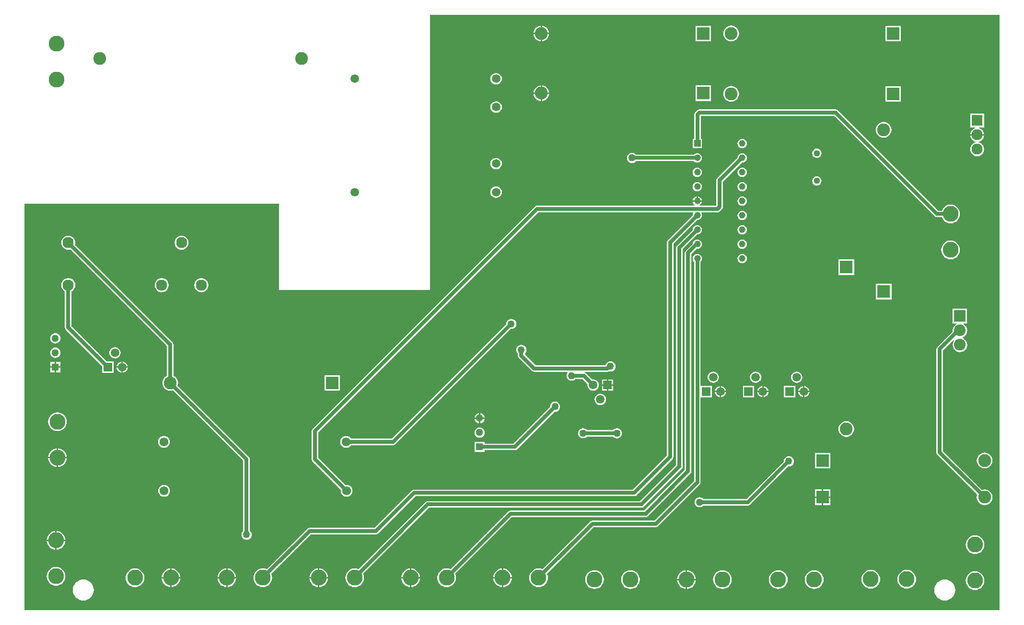
<source format=gbl>
G04*
G04 #@! TF.GenerationSoftware,Altium Limited,Altium Designer,20.0.13 (296)*
G04*
G04 Layer_Physical_Order=2*
G04 Layer_Color=16711680*
%FSLAX23Y23*%
%MOIN*%
G70*
G01*
G75*
%ADD50C,0.025*%
%ADD52R,0.089X0.089*%
%ADD53C,0.089*%
%ADD54C,0.059*%
%ADD55C,0.110*%
%ADD56R,0.059X0.059*%
%ADD57C,0.059*%
%ADD58R,0.046X0.046*%
%ADD59C,0.046*%
%ADD60R,0.076X0.076*%
%ADD61C,0.076*%
%ADD62R,0.081X0.081*%
%ADD63C,0.081*%
%ADD64C,0.044*%
%ADD65R,0.051X0.051*%
%ADD66C,0.051*%
%ADD67C,0.062*%
%ADD68C,0.077*%
%ADD69R,0.089X0.089*%
%ADD70C,0.050*%
G36*
X6790Y25D02*
X10D01*
Y2850D01*
X1780D01*
Y2255D01*
X1785Y2250D01*
X2830D01*
Y4165D01*
X6790D01*
Y25D01*
D02*
G37*
%LPC*%
G36*
X3609Y4089D02*
Y4040D01*
X3658D01*
X3657Y4049D01*
X3651Y4062D01*
X3643Y4074D01*
X3631Y4082D01*
X3618Y4088D01*
X3609Y4089D01*
D02*
G37*
G36*
X3599Y4089D02*
X3590Y4088D01*
X3577Y4082D01*
X3565Y4074D01*
X3557Y4062D01*
X3551Y4049D01*
X3550Y4040D01*
X3599D01*
Y4089D01*
D02*
G37*
G36*
Y4030D02*
X3550D01*
X3551Y4021D01*
X3557Y4008D01*
X3565Y3996D01*
X3577Y3988D01*
X3590Y3982D01*
X3599Y3981D01*
Y4030D01*
D02*
G37*
G36*
X3658D02*
X3609D01*
Y3981D01*
X3618Y3982D01*
X3631Y3988D01*
X3643Y3996D01*
X3651Y4008D01*
X3657Y4021D01*
X3658Y4030D01*
D02*
G37*
G36*
X6105Y4089D02*
X5997D01*
Y3981D01*
X6105D01*
Y4089D01*
D02*
G37*
G36*
X4784D02*
X4676D01*
Y3981D01*
X4784D01*
Y4089D01*
D02*
G37*
G36*
X4925Y4090D02*
X4911Y4088D01*
X4898Y4082D01*
X4886Y4074D01*
X4878Y4062D01*
X4872Y4049D01*
X4870Y4035D01*
X4872Y4021D01*
X4878Y4008D01*
X4886Y3996D01*
X4898Y3988D01*
X4911Y3982D01*
X4925Y3980D01*
X4939Y3982D01*
X4952Y3988D01*
X4964Y3996D01*
X4972Y4008D01*
X4978Y4021D01*
X4980Y4035D01*
X4978Y4049D01*
X4972Y4062D01*
X4964Y4074D01*
X4952Y4082D01*
X4939Y4088D01*
X4925Y4090D01*
D02*
G37*
G36*
X3290Y3760D02*
X3280Y3759D01*
X3270Y3755D01*
X3262Y3749D01*
X3255Y3740D01*
X3251Y3731D01*
X3250Y3721D01*
X3251Y3710D01*
X3255Y3701D01*
X3262Y3692D01*
X3270Y3686D01*
X3280Y3682D01*
X3290Y3681D01*
X3300Y3682D01*
X3310Y3686D01*
X3318Y3692D01*
X3325Y3701D01*
X3329Y3710D01*
X3330Y3721D01*
X3329Y3731D01*
X3325Y3740D01*
X3318Y3749D01*
X3310Y3755D01*
X3300Y3759D01*
X3290Y3760D01*
D02*
G37*
G36*
X3610Y3674D02*
Y3625D01*
X3659D01*
X3658Y3634D01*
X3652Y3647D01*
X3644Y3659D01*
X3632Y3667D01*
X3619Y3673D01*
X3610Y3674D01*
D02*
G37*
G36*
X3600Y3674D02*
X3591Y3673D01*
X3578Y3667D01*
X3566Y3659D01*
X3558Y3647D01*
X3552Y3634D01*
X3551Y3625D01*
X3600D01*
Y3674D01*
D02*
G37*
G36*
Y3615D02*
X3551D01*
X3552Y3606D01*
X3558Y3593D01*
X3566Y3581D01*
X3578Y3573D01*
X3591Y3567D01*
X3600Y3566D01*
Y3615D01*
D02*
G37*
G36*
X3659D02*
X3610D01*
Y3566D01*
X3619Y3567D01*
X3632Y3573D01*
X3644Y3581D01*
X3652Y3593D01*
X3658Y3606D01*
X3659Y3615D01*
D02*
G37*
G36*
X4785Y3674D02*
X4677D01*
Y3566D01*
X4785D01*
Y3674D01*
D02*
G37*
G36*
X6104Y3669D02*
X5996D01*
Y3561D01*
X6104D01*
Y3669D01*
D02*
G37*
G36*
X4924Y3670D02*
X4910Y3668D01*
X4897Y3662D01*
X4885Y3654D01*
X4877Y3642D01*
X4871Y3629D01*
X4869Y3615D01*
X4871Y3601D01*
X4877Y3588D01*
X4885Y3576D01*
X4897Y3568D01*
X4910Y3562D01*
X4924Y3560D01*
X4938Y3562D01*
X4951Y3568D01*
X4963Y3576D01*
X4971Y3588D01*
X4977Y3601D01*
X4979Y3615D01*
X4977Y3629D01*
X4971Y3642D01*
X4963Y3654D01*
X4951Y3662D01*
X4938Y3668D01*
X4924Y3670D01*
D02*
G37*
G36*
X3290Y3564D02*
X3280Y3562D01*
X3270Y3558D01*
X3262Y3552D01*
X3255Y3544D01*
X3251Y3534D01*
X3250Y3524D01*
X3251Y3513D01*
X3255Y3504D01*
X3262Y3496D01*
X3270Y3489D01*
X3280Y3485D01*
X3290Y3484D01*
X3300Y3485D01*
X3310Y3489D01*
X3318Y3496D01*
X3325Y3504D01*
X3329Y3513D01*
X3330Y3524D01*
X3329Y3534D01*
X3325Y3544D01*
X3318Y3552D01*
X3310Y3558D01*
X3300Y3562D01*
X3290Y3564D01*
D02*
G37*
G36*
X6683Y3478D02*
X6587D01*
Y3382D01*
X6623D01*
X6623Y3377D01*
X6622Y3377D01*
X6611Y3372D01*
X6601Y3364D01*
X6593Y3354D01*
X6588Y3343D01*
X6587Y3335D01*
X6635D01*
X6683D01*
X6682Y3343D01*
X6677Y3354D01*
X6669Y3364D01*
X6659Y3372D01*
X6648Y3377D01*
X6647Y3377D01*
X6647Y3382D01*
X6683D01*
Y3478D01*
D02*
G37*
G36*
X5985Y3421D02*
X5971Y3419D01*
X5958Y3413D01*
X5946Y3405D01*
X5938Y3393D01*
X5932Y3380D01*
X5930Y3366D01*
X5932Y3352D01*
X5938Y3339D01*
X5946Y3327D01*
X5958Y3319D01*
X5971Y3313D01*
X5985Y3311D01*
X5999Y3313D01*
X6012Y3319D01*
X6024Y3327D01*
X6032Y3339D01*
X6038Y3352D01*
X6040Y3366D01*
X6038Y3380D01*
X6032Y3393D01*
X6024Y3405D01*
X6012Y3413D01*
X5999Y3419D01*
X5985Y3421D01*
D02*
G37*
G36*
X5001Y3303D02*
X4993Y3302D01*
X4985Y3299D01*
X4978Y3293D01*
X4973Y3287D01*
X4969Y3279D01*
X4968Y3270D01*
X4969Y3261D01*
X4973Y3253D01*
X4978Y3247D01*
X4985Y3241D01*
X4993Y3238D01*
X5001Y3237D01*
X5010Y3238D01*
X5018Y3241D01*
X5025Y3247D01*
X5030Y3253D01*
X5033Y3261D01*
X5034Y3270D01*
X5033Y3279D01*
X5030Y3287D01*
X5025Y3293D01*
X5018Y3299D01*
X5010Y3302D01*
X5001Y3303D01*
D02*
G37*
G36*
X6683Y3325D02*
X6635D01*
X6587D01*
X6588Y3317D01*
X6593Y3306D01*
X6601Y3296D01*
X6611Y3288D01*
X6622Y3283D01*
X6627Y3283D01*
Y3277D01*
X6622Y3277D01*
X6611Y3272D01*
X6601Y3264D01*
X6593Y3254D01*
X6588Y3243D01*
X6586Y3230D01*
X6588Y3217D01*
X6593Y3206D01*
X6601Y3196D01*
X6611Y3188D01*
X6622Y3183D01*
X6635Y3181D01*
X6648Y3183D01*
X6659Y3188D01*
X6669Y3196D01*
X6677Y3206D01*
X6682Y3217D01*
X6684Y3230D01*
X6682Y3243D01*
X6677Y3254D01*
X6669Y3264D01*
X6659Y3272D01*
X6648Y3277D01*
X6643Y3277D01*
Y3283D01*
X6648Y3283D01*
X6659Y3288D01*
X6669Y3296D01*
X6677Y3306D01*
X6682Y3317D01*
X6683Y3325D01*
D02*
G37*
G36*
X5520Y3235D02*
X5512Y3234D01*
X5504Y3230D01*
X5497Y3225D01*
X5492Y3218D01*
X5489Y3211D01*
X5487Y3202D01*
X5489Y3194D01*
X5492Y3186D01*
X5497Y3179D01*
X5504Y3174D01*
X5512Y3171D01*
X5520Y3170D01*
X5528Y3171D01*
X5536Y3174D01*
X5543Y3179D01*
X5548Y3186D01*
X5551Y3194D01*
X5553Y3202D01*
X5551Y3211D01*
X5548Y3218D01*
X5543Y3225D01*
X5536Y3230D01*
X5528Y3234D01*
X5520Y3235D01*
D02*
G37*
G36*
X5001Y3203D02*
X4993Y3202D01*
X4985Y3199D01*
X4978Y3193D01*
X4973Y3187D01*
X4969Y3179D01*
X4968Y3171D01*
X4829Y3031D01*
X4824Y3024D01*
X4822Y3015D01*
Y2839D01*
X4821Y2838D01*
X4710D01*
X4708Y2843D01*
X4712Y2847D01*
X4717Y2853D01*
X4721Y2861D01*
X4721Y2865D01*
X4656D01*
X4657Y2861D01*
X4660Y2853D01*
X4665Y2847D01*
X4670Y2843D01*
X4668Y2838D01*
X3575D01*
X3567Y2837D01*
X3559Y2832D01*
X2014Y1286D01*
X2009Y1279D01*
X2007Y1270D01*
Y1075D01*
X2009Y1066D01*
X2014Y1059D01*
X2210Y863D01*
X2209Y855D01*
X2210Y844D01*
X2214Y834D01*
X2221Y826D01*
X2229Y819D01*
X2239Y815D01*
X2250Y814D01*
X2261Y815D01*
X2271Y819D01*
X2279Y826D01*
X2286Y834D01*
X2290Y844D01*
X2291Y855D01*
X2290Y866D01*
X2286Y876D01*
X2279Y884D01*
X2271Y891D01*
X2261Y895D01*
X2250Y896D01*
X2242Y895D01*
X2053Y1085D01*
Y1260D01*
X3585Y2792D01*
X4659D01*
X4661Y2788D01*
X4660Y2787D01*
X4657Y2779D01*
X4656Y2770D01*
X4656Y2769D01*
X4484Y2598D01*
X4479Y2590D01*
X4477Y2581D01*
Y1100D01*
X4240Y863D01*
X2720D01*
X2711Y861D01*
X2704Y856D01*
X2445Y598D01*
X1993D01*
X1984Y596D01*
X1977Y591D01*
X1695Y309D01*
X1693Y310D01*
X1681Y314D01*
X1668Y315D01*
X1655Y314D01*
X1643Y310D01*
X1632Y304D01*
X1622Y296D01*
X1614Y286D01*
X1608Y275D01*
X1604Y263D01*
X1603Y250D01*
X1604Y237D01*
X1608Y225D01*
X1614Y214D01*
X1622Y204D01*
X1632Y196D01*
X1643Y190D01*
X1655Y186D01*
X1668Y185D01*
X1681Y186D01*
X1693Y190D01*
X1704Y196D01*
X1714Y204D01*
X1722Y214D01*
X1728Y225D01*
X1732Y237D01*
X1733Y250D01*
X1732Y263D01*
X1728Y275D01*
X1727Y277D01*
X2003Y552D01*
X2455D01*
X2464Y554D01*
X2471Y559D01*
X2730Y817D01*
X4250D01*
X4259Y819D01*
X4266Y824D01*
X4516Y1074D01*
X4521Y1081D01*
X4523Y1090D01*
Y2572D01*
X4688Y2737D01*
X4689Y2737D01*
X4697Y2738D01*
X4705Y2741D01*
X4712Y2747D01*
X4717Y2753D01*
X4721Y2761D01*
X4722Y2770D01*
X4721Y2779D01*
X4717Y2787D01*
X4716Y2788D01*
X4719Y2792D01*
X4830D01*
X4839Y2794D01*
X4847Y2799D01*
X4861Y2814D01*
X4866Y2821D01*
X4868Y2830D01*
Y3005D01*
X5000Y3137D01*
X5001Y3137D01*
X5010Y3138D01*
X5018Y3141D01*
X5025Y3147D01*
X5030Y3153D01*
X5033Y3161D01*
X5034Y3170D01*
X5033Y3179D01*
X5030Y3187D01*
X5025Y3193D01*
X5018Y3199D01*
X5010Y3202D01*
X5001Y3203D01*
D02*
G37*
G36*
X4235Y3205D02*
X4226Y3204D01*
X4217Y3201D01*
X4210Y3195D01*
X4204Y3188D01*
X4201Y3179D01*
X4200Y3170D01*
X4201Y3161D01*
X4204Y3152D01*
X4210Y3145D01*
X4217Y3139D01*
X4226Y3136D01*
X4235Y3135D01*
X4244Y3136D01*
X4253Y3139D01*
X4260Y3145D01*
X4262Y3147D01*
X4665D01*
X4665Y3147D01*
X4672Y3141D01*
X4680Y3138D01*
X4689Y3137D01*
X4697Y3138D01*
X4705Y3141D01*
X4712Y3147D01*
X4717Y3153D01*
X4721Y3161D01*
X4722Y3170D01*
X4721Y3179D01*
X4717Y3187D01*
X4712Y3193D01*
X4705Y3199D01*
X4697Y3202D01*
X4689Y3203D01*
X4680Y3202D01*
X4672Y3199D01*
X4665Y3193D01*
X4665Y3193D01*
X4262D01*
X4260Y3195D01*
X4253Y3201D01*
X4244Y3204D01*
X4235Y3205D01*
D02*
G37*
G36*
X3290Y3170D02*
X3280Y3169D01*
X3270Y3165D01*
X3262Y3158D01*
X3255Y3150D01*
X3251Y3140D01*
X3250Y3130D01*
X3251Y3120D01*
X3255Y3110D01*
X3262Y3102D01*
X3270Y3095D01*
X3280Y3091D01*
X3290Y3090D01*
X3300Y3091D01*
X3310Y3095D01*
X3318Y3102D01*
X3325Y3110D01*
X3329Y3120D01*
X3330Y3130D01*
X3329Y3140D01*
X3325Y3150D01*
X3318Y3158D01*
X3310Y3165D01*
X3300Y3169D01*
X3290Y3170D01*
D02*
G37*
G36*
X5001Y3103D02*
X4993Y3102D01*
X4985Y3099D01*
X4978Y3093D01*
X4973Y3087D01*
X4969Y3079D01*
X4968Y3070D01*
X4969Y3061D01*
X4973Y3053D01*
X4978Y3047D01*
X4985Y3041D01*
X4993Y3038D01*
X5001Y3037D01*
X5010Y3038D01*
X5018Y3041D01*
X5025Y3047D01*
X5030Y3053D01*
X5033Y3061D01*
X5034Y3070D01*
X5033Y3079D01*
X5030Y3087D01*
X5025Y3093D01*
X5018Y3099D01*
X5010Y3102D01*
X5001Y3103D01*
D02*
G37*
G36*
X4689D02*
X4680Y3102D01*
X4672Y3099D01*
X4665Y3093D01*
X4660Y3087D01*
X4657Y3079D01*
X4656Y3070D01*
X4657Y3061D01*
X4660Y3053D01*
X4665Y3047D01*
X4672Y3041D01*
X4680Y3038D01*
X4689Y3037D01*
X4697Y3038D01*
X4705Y3041D01*
X4712Y3047D01*
X4717Y3053D01*
X4721Y3061D01*
X4722Y3070D01*
X4721Y3079D01*
X4717Y3087D01*
X4712Y3093D01*
X4705Y3099D01*
X4697Y3102D01*
X4689Y3103D01*
D02*
G37*
G36*
X5520Y3043D02*
X5512Y3041D01*
X5504Y3038D01*
X5497Y3033D01*
X5492Y3026D01*
X5489Y3018D01*
X5487Y3010D01*
X5489Y3002D01*
X5492Y2994D01*
X5497Y2987D01*
X5504Y2982D01*
X5512Y2979D01*
X5520Y2977D01*
X5528Y2979D01*
X5536Y2982D01*
X5543Y2987D01*
X5548Y2994D01*
X5551Y3002D01*
X5553Y3010D01*
X5551Y3018D01*
X5548Y3026D01*
X5543Y3033D01*
X5536Y3038D01*
X5528Y3041D01*
X5520Y3043D01*
D02*
G37*
G36*
X5001Y3003D02*
X4993Y3002D01*
X4985Y2999D01*
X4978Y2993D01*
X4973Y2987D01*
X4969Y2979D01*
X4968Y2970D01*
X4969Y2961D01*
X4973Y2953D01*
X4978Y2947D01*
X4985Y2941D01*
X4993Y2938D01*
X5001Y2937D01*
X5010Y2938D01*
X5018Y2941D01*
X5025Y2947D01*
X5030Y2953D01*
X5033Y2961D01*
X5034Y2970D01*
X5033Y2979D01*
X5030Y2987D01*
X5025Y2993D01*
X5018Y2999D01*
X5010Y3002D01*
X5001Y3003D01*
D02*
G37*
G36*
X4689D02*
X4680Y3002D01*
X4672Y2999D01*
X4665Y2993D01*
X4660Y2987D01*
X4657Y2979D01*
X4656Y2970D01*
X4657Y2961D01*
X4660Y2953D01*
X4665Y2947D01*
X4672Y2941D01*
X4680Y2938D01*
X4689Y2937D01*
X4697Y2938D01*
X4705Y2941D01*
X4712Y2947D01*
X4717Y2953D01*
X4721Y2961D01*
X4722Y2970D01*
X4721Y2979D01*
X4717Y2987D01*
X4712Y2993D01*
X4705Y2999D01*
X4697Y3002D01*
X4689Y3003D01*
D02*
G37*
G36*
X3290Y2973D02*
X3280Y2972D01*
X3270Y2968D01*
X3262Y2961D01*
X3255Y2953D01*
X3251Y2943D01*
X3250Y2933D01*
X3251Y2923D01*
X3255Y2913D01*
X3262Y2905D01*
X3270Y2899D01*
X3280Y2895D01*
X3290Y2893D01*
X3300Y2895D01*
X3310Y2899D01*
X3318Y2905D01*
X3325Y2913D01*
X3329Y2923D01*
X3330Y2933D01*
X3329Y2943D01*
X3325Y2953D01*
X3318Y2961D01*
X3310Y2968D01*
X3300Y2972D01*
X3290Y2973D01*
D02*
G37*
G36*
X4694Y2902D02*
Y2875D01*
X4721D01*
X4721Y2879D01*
X4717Y2887D01*
X4712Y2893D01*
X4705Y2899D01*
X4697Y2902D01*
X4694Y2902D01*
D02*
G37*
G36*
X4684D02*
X4680Y2902D01*
X4672Y2899D01*
X4665Y2893D01*
X4660Y2887D01*
X4657Y2879D01*
X4656Y2875D01*
X4684D01*
Y2902D01*
D02*
G37*
G36*
X5001Y2903D02*
X4993Y2902D01*
X4985Y2899D01*
X4978Y2893D01*
X4973Y2887D01*
X4969Y2879D01*
X4968Y2870D01*
X4969Y2861D01*
X4973Y2853D01*
X4978Y2847D01*
X4985Y2841D01*
X4993Y2838D01*
X5001Y2837D01*
X5010Y2838D01*
X5018Y2841D01*
X5025Y2847D01*
X5030Y2853D01*
X5033Y2861D01*
X5034Y2870D01*
X5033Y2879D01*
X5030Y2887D01*
X5025Y2893D01*
X5018Y2899D01*
X5010Y2902D01*
X5001Y2903D01*
D02*
G37*
G36*
Y2803D02*
X4993Y2802D01*
X4985Y2799D01*
X4978Y2793D01*
X4973Y2787D01*
X4969Y2779D01*
X4968Y2770D01*
X4969Y2761D01*
X4973Y2753D01*
X4978Y2747D01*
X4985Y2741D01*
X4993Y2738D01*
X5001Y2737D01*
X5010Y2738D01*
X5018Y2741D01*
X5025Y2747D01*
X5030Y2753D01*
X5033Y2761D01*
X5034Y2770D01*
X5033Y2779D01*
X5030Y2787D01*
X5025Y2793D01*
X5018Y2799D01*
X5010Y2802D01*
X5001Y2803D01*
D02*
G37*
G36*
X5650Y3508D02*
X4705D01*
X4696Y3506D01*
X4688Y3501D01*
X4674Y3487D01*
X4669Y3479D01*
X4667Y3470D01*
Y3303D01*
X4656D01*
Y3237D01*
X4722D01*
Y3303D01*
X4713D01*
Y3461D01*
X4714Y3462D01*
X5640D01*
X6339Y2764D01*
X6346Y2759D01*
X6355Y2757D01*
X6389D01*
X6390Y2755D01*
X6396Y2744D01*
X6404Y2734D01*
X6414Y2726D01*
X6425Y2720D01*
X6437Y2716D01*
X6450Y2715D01*
X6463Y2716D01*
X6475Y2720D01*
X6486Y2726D01*
X6496Y2734D01*
X6504Y2744D01*
X6510Y2755D01*
X6514Y2767D01*
X6515Y2780D01*
X6514Y2793D01*
X6510Y2805D01*
X6504Y2816D01*
X6496Y2826D01*
X6486Y2834D01*
X6475Y2840D01*
X6463Y2844D01*
X6450Y2845D01*
X6437Y2844D01*
X6425Y2840D01*
X6414Y2834D01*
X6404Y2826D01*
X6396Y2816D01*
X6390Y2805D01*
X6389Y2803D01*
X6365D01*
X5666Y3501D01*
X5659Y3506D01*
X5650Y3508D01*
D02*
G37*
G36*
X5001Y2703D02*
X4993Y2702D01*
X4985Y2699D01*
X4978Y2693D01*
X4973Y2687D01*
X4969Y2679D01*
X4968Y2670D01*
X4969Y2661D01*
X4973Y2653D01*
X4978Y2647D01*
X4985Y2641D01*
X4993Y2638D01*
X5001Y2637D01*
X5010Y2638D01*
X5018Y2641D01*
X5025Y2647D01*
X5030Y2653D01*
X5033Y2661D01*
X5034Y2670D01*
X5033Y2679D01*
X5030Y2687D01*
X5025Y2693D01*
X5018Y2699D01*
X5010Y2702D01*
X5001Y2703D01*
D02*
G37*
G36*
X4689D02*
X4680Y2702D01*
X4672Y2699D01*
X4665Y2693D01*
X4660Y2687D01*
X4657Y2679D01*
X4656Y2670D01*
X4656Y2669D01*
X4549Y2563D01*
X4544Y2555D01*
X4542Y2546D01*
Y1035D01*
X4290Y783D01*
X2815D01*
X2806Y781D01*
X2799Y776D01*
X2333Y310D01*
X2332Y310D01*
X2320Y314D01*
X2307Y315D01*
X2294Y314D01*
X2282Y310D01*
X2271Y304D01*
X2261Y296D01*
X2253Y286D01*
X2247Y275D01*
X2243Y263D01*
X2242Y250D01*
X2243Y237D01*
X2247Y225D01*
X2253Y214D01*
X2261Y204D01*
X2271Y196D01*
X2282Y190D01*
X2294Y186D01*
X2307Y185D01*
X2320Y186D01*
X2332Y190D01*
X2343Y196D01*
X2353Y204D01*
X2361Y214D01*
X2367Y225D01*
X2371Y237D01*
X2372Y250D01*
X2371Y263D01*
X2367Y275D01*
X2366Y278D01*
X2825Y737D01*
X4300D01*
X4309Y739D01*
X4316Y744D01*
X4581Y1009D01*
X4586Y1016D01*
X4588Y1025D01*
Y2537D01*
X4688Y2637D01*
X4689Y2637D01*
X4697Y2638D01*
X4705Y2641D01*
X4712Y2647D01*
X4717Y2653D01*
X4721Y2661D01*
X4722Y2670D01*
X4721Y2679D01*
X4717Y2687D01*
X4712Y2693D01*
X4705Y2699D01*
X4697Y2702D01*
X4689Y2703D01*
D02*
G37*
G36*
X5001Y2603D02*
X4993Y2602D01*
X4985Y2599D01*
X4978Y2593D01*
X4973Y2587D01*
X4969Y2579D01*
X4968Y2570D01*
X4969Y2561D01*
X4973Y2553D01*
X4978Y2547D01*
X4985Y2541D01*
X4993Y2538D01*
X5001Y2537D01*
X5010Y2538D01*
X5018Y2541D01*
X5025Y2547D01*
X5030Y2553D01*
X5033Y2561D01*
X5034Y2570D01*
X5033Y2579D01*
X5030Y2587D01*
X5025Y2593D01*
X5018Y2599D01*
X5010Y2602D01*
X5001Y2603D01*
D02*
G37*
G36*
X4689D02*
X4680Y2602D01*
X4672Y2599D01*
X4665Y2593D01*
X4660Y2587D01*
X4657Y2579D01*
X4656Y2573D01*
X4609Y2526D01*
X4604Y2519D01*
X4602Y2510D01*
Y1000D01*
X4320Y718D01*
X3391D01*
X3382Y716D01*
X3375Y711D01*
X2973Y309D01*
X2971Y310D01*
X2959Y314D01*
X2946Y315D01*
X2933Y314D01*
X2921Y310D01*
X2910Y304D01*
X2900Y296D01*
X2892Y286D01*
X2886Y275D01*
X2882Y263D01*
X2881Y250D01*
X2882Y237D01*
X2886Y225D01*
X2892Y214D01*
X2900Y204D01*
X2910Y196D01*
X2921Y190D01*
X2933Y186D01*
X2946Y185D01*
X2959Y186D01*
X2971Y190D01*
X2982Y196D01*
X2992Y204D01*
X3000Y214D01*
X3006Y225D01*
X3010Y237D01*
X3011Y250D01*
X3010Y263D01*
X3006Y275D01*
X3005Y277D01*
X3401Y672D01*
X4330D01*
X4339Y674D01*
X4346Y679D01*
X4641Y974D01*
X4646Y981D01*
X4648Y990D01*
Y2500D01*
X4685Y2537D01*
X4689Y2537D01*
X4697Y2538D01*
X4705Y2541D01*
X4712Y2547D01*
X4717Y2553D01*
X4721Y2561D01*
X4722Y2570D01*
X4721Y2579D01*
X4717Y2587D01*
X4712Y2593D01*
X4705Y2599D01*
X4697Y2602D01*
X4689Y2603D01*
D02*
G37*
G36*
X1103Y2629D02*
X1090Y2627D01*
X1078Y2623D01*
X1068Y2615D01*
X1061Y2605D01*
X1056Y2593D01*
X1054Y2580D01*
X1056Y2568D01*
X1061Y2556D01*
X1068Y2546D01*
X1078Y2538D01*
X1090Y2533D01*
X1103Y2531D01*
X1115Y2533D01*
X1127Y2538D01*
X1137Y2546D01*
X1145Y2556D01*
X1150Y2568D01*
X1152Y2580D01*
X1150Y2593D01*
X1145Y2605D01*
X1137Y2615D01*
X1127Y2623D01*
X1115Y2627D01*
X1103Y2629D01*
D02*
G37*
G36*
X6450Y2595D02*
X6437Y2594D01*
X6425Y2590D01*
X6414Y2584D01*
X6404Y2576D01*
X6396Y2566D01*
X6390Y2555D01*
X6386Y2543D01*
X6385Y2530D01*
X6386Y2517D01*
X6390Y2505D01*
X6396Y2494D01*
X6404Y2484D01*
X6414Y2476D01*
X6425Y2470D01*
X6437Y2466D01*
X6450Y2465D01*
X6463Y2466D01*
X6475Y2470D01*
X6486Y2476D01*
X6496Y2484D01*
X6504Y2494D01*
X6510Y2505D01*
X6514Y2517D01*
X6515Y2530D01*
X6514Y2543D01*
X6510Y2555D01*
X6504Y2566D01*
X6496Y2576D01*
X6486Y2584D01*
X6475Y2590D01*
X6463Y2594D01*
X6450Y2595D01*
D02*
G37*
G36*
X5001Y2503D02*
X4993Y2502D01*
X4985Y2499D01*
X4978Y2493D01*
X4973Y2487D01*
X4969Y2479D01*
X4968Y2470D01*
X4969Y2461D01*
X4973Y2453D01*
X4978Y2447D01*
X4985Y2441D01*
X4993Y2438D01*
X5001Y2437D01*
X5010Y2438D01*
X5018Y2441D01*
X5025Y2447D01*
X5030Y2453D01*
X5033Y2461D01*
X5034Y2470D01*
X5033Y2479D01*
X5030Y2487D01*
X5025Y2493D01*
X5018Y2499D01*
X5010Y2502D01*
X5001Y2503D01*
D02*
G37*
G36*
X5779Y2464D02*
X5671D01*
Y2356D01*
X5779D01*
Y2464D01*
D02*
G37*
G36*
X1241Y2334D02*
X1228Y2332D01*
X1216Y2327D01*
X1206Y2320D01*
X1198Y2309D01*
X1193Y2298D01*
X1192Y2285D01*
X1193Y2272D01*
X1198Y2261D01*
X1206Y2250D01*
X1216Y2243D01*
X1228Y2238D01*
X1241Y2236D01*
X1253Y2238D01*
X1265Y2243D01*
X1275Y2250D01*
X1283Y2261D01*
X1288Y2272D01*
X1289Y2285D01*
X1288Y2298D01*
X1283Y2309D01*
X1275Y2320D01*
X1265Y2327D01*
X1253Y2332D01*
X1241Y2334D01*
D02*
G37*
G36*
X965D02*
X952Y2332D01*
X941Y2327D01*
X930Y2320D01*
X923Y2309D01*
X918Y2298D01*
X916Y2285D01*
X918Y2272D01*
X923Y2261D01*
X930Y2250D01*
X941Y2243D01*
X952Y2238D01*
X965Y2236D01*
X978Y2238D01*
X989Y2243D01*
X1000Y2250D01*
X1007Y2261D01*
X1012Y2272D01*
X1014Y2285D01*
X1012Y2298D01*
X1007Y2309D01*
X1000Y2320D01*
X989Y2327D01*
X978Y2332D01*
X965Y2334D01*
D02*
G37*
G36*
X6039Y2294D02*
X5931D01*
Y2186D01*
X6039D01*
Y2294D01*
D02*
G37*
G36*
X3395Y2050D02*
X3386Y2049D01*
X3377Y2046D01*
X3370Y2040D01*
X3364Y2033D01*
X3361Y2024D01*
X3360Y2015D01*
X3360Y2012D01*
X2565Y1218D01*
X2282D01*
X2277Y1224D01*
X2268Y1231D01*
X2258Y1235D01*
X2248Y1236D01*
X2237Y1235D01*
X2227Y1231D01*
X2218Y1224D01*
X2212Y1216D01*
X2208Y1206D01*
X2206Y1195D01*
X2208Y1184D01*
X2212Y1174D01*
X2218Y1166D01*
X2227Y1159D01*
X2237Y1155D01*
X2248Y1154D01*
X2258Y1155D01*
X2268Y1159D01*
X2277Y1166D01*
X2282Y1172D01*
X2575D01*
X2584Y1174D01*
X2591Y1179D01*
X3392Y1980D01*
X3395Y1980D01*
X3404Y1981D01*
X3413Y1984D01*
X3420Y1990D01*
X3426Y1997D01*
X3429Y2006D01*
X3430Y2015D01*
X3429Y2024D01*
X3426Y2033D01*
X3420Y2040D01*
X3413Y2046D01*
X3404Y2049D01*
X3395Y2050D01*
D02*
G37*
G36*
X225Y1951D02*
X216Y1950D01*
X207Y1946D01*
X200Y1940D01*
X194Y1933D01*
X190Y1924D01*
X189Y1915D01*
X190Y1906D01*
X194Y1897D01*
X200Y1890D01*
X207Y1884D01*
X216Y1880D01*
X225Y1879D01*
X234Y1880D01*
X243Y1884D01*
X250Y1890D01*
X256Y1897D01*
X260Y1906D01*
X261Y1915D01*
X260Y1924D01*
X256Y1933D01*
X250Y1940D01*
X243Y1946D01*
X234Y1950D01*
X225Y1951D01*
D02*
G37*
G36*
X6565Y2120D02*
X6465D01*
Y2019D01*
X6489D01*
X6490Y2014D01*
X6490Y2014D01*
X6479Y2006D01*
X6471Y1995D01*
X6466Y1983D01*
X6464Y1970D01*
X6465Y1963D01*
X6359Y1856D01*
X6354Y1849D01*
X6352Y1840D01*
Y1121D01*
X6354Y1112D01*
X6359Y1105D01*
X6635Y829D01*
X6633Y824D01*
X6631Y810D01*
X6633Y796D01*
X6639Y783D01*
X6647Y771D01*
X6659Y763D01*
X6672Y757D01*
X6686Y755D01*
X6700Y757D01*
X6713Y763D01*
X6725Y771D01*
X6733Y783D01*
X6739Y796D01*
X6741Y810D01*
X6739Y824D01*
X6733Y837D01*
X6725Y849D01*
X6713Y857D01*
X6700Y863D01*
X6686Y865D01*
X6672Y863D01*
X6667Y861D01*
X6398Y1130D01*
Y1830D01*
X6470Y1903D01*
X6474Y1900D01*
X6471Y1895D01*
X6466Y1883D01*
X6464Y1870D01*
X6466Y1857D01*
X6471Y1845D01*
X6479Y1834D01*
X6490Y1826D01*
X6502Y1821D01*
X6515Y1819D01*
X6528Y1821D01*
X6540Y1826D01*
X6551Y1834D01*
X6559Y1845D01*
X6564Y1857D01*
X6566Y1870D01*
X6564Y1883D01*
X6559Y1895D01*
X6551Y1906D01*
X6540Y1914D01*
X6533Y1917D01*
Y1923D01*
X6540Y1926D01*
X6551Y1934D01*
X6559Y1944D01*
X6564Y1957D01*
X6566Y1970D01*
X6564Y1983D01*
X6559Y1995D01*
X6551Y2006D01*
X6540Y2014D01*
X6540Y2014D01*
X6541Y2019D01*
X6565D01*
Y2120D01*
D02*
G37*
G36*
X225Y1851D02*
X216Y1850D01*
X207Y1846D01*
X200Y1840D01*
X194Y1833D01*
X190Y1824D01*
X189Y1815D01*
X190Y1806D01*
X194Y1797D01*
X200Y1790D01*
X207Y1784D01*
X216Y1780D01*
X225Y1779D01*
X234Y1780D01*
X243Y1784D01*
X250Y1790D01*
X256Y1797D01*
X260Y1806D01*
X261Y1815D01*
X260Y1824D01*
X256Y1833D01*
X250Y1840D01*
X243Y1846D01*
X234Y1850D01*
X225Y1851D01*
D02*
G37*
G36*
X640Y1855D02*
X630Y1853D01*
X620Y1849D01*
X612Y1843D01*
X606Y1835D01*
X602Y1825D01*
X600Y1815D01*
X602Y1805D01*
X606Y1795D01*
X612Y1787D01*
X620Y1781D01*
X630Y1777D01*
X640Y1775D01*
X650Y1777D01*
X660Y1781D01*
X668Y1787D01*
X674Y1795D01*
X678Y1805D01*
X680Y1815D01*
X678Y1825D01*
X674Y1835D01*
X668Y1843D01*
X660Y1849D01*
X650Y1853D01*
X640Y1855D01*
D02*
G37*
G36*
X261Y1751D02*
X230D01*
Y1720D01*
X261D01*
Y1751D01*
D02*
G37*
G36*
X695Y1754D02*
Y1720D01*
X729D01*
X728Y1725D01*
X724Y1735D01*
X718Y1743D01*
X710Y1749D01*
X700Y1753D01*
X695Y1754D01*
D02*
G37*
G36*
X685D02*
X680Y1753D01*
X670Y1749D01*
X662Y1743D01*
X656Y1735D01*
X652Y1725D01*
X651Y1720D01*
X685D01*
Y1754D01*
D02*
G37*
G36*
X220Y1751D02*
X189D01*
Y1720D01*
X220D01*
Y1751D01*
D02*
G37*
G36*
X3465Y1870D02*
X3456Y1869D01*
X3447Y1866D01*
X3440Y1860D01*
X3434Y1853D01*
X3431Y1844D01*
X3430Y1835D01*
X3431Y1826D01*
X3434Y1817D01*
X3440Y1810D01*
X3442Y1808D01*
Y1795D01*
X3444Y1786D01*
X3449Y1779D01*
X3539Y1689D01*
X3546Y1684D01*
X3555Y1682D01*
X3785D01*
X3788Y1677D01*
X3784Y1673D01*
X3781Y1664D01*
X3780Y1655D01*
X3781Y1646D01*
X3784Y1637D01*
X3790Y1630D01*
X3797Y1624D01*
X3806Y1621D01*
X3815Y1620D01*
X3824Y1621D01*
X3833Y1624D01*
X3840Y1630D01*
X3842Y1632D01*
X3890D01*
X3926Y1596D01*
X3925Y1590D01*
X3927Y1580D01*
X3931Y1570D01*
X3937Y1562D01*
X3945Y1556D01*
X3955Y1552D01*
X3965Y1550D01*
X3975Y1552D01*
X3985Y1556D01*
X3993Y1562D01*
X3999Y1570D01*
X4003Y1580D01*
X4005Y1590D01*
X4003Y1600D01*
X3999Y1610D01*
X3993Y1618D01*
X3985Y1624D01*
X3975Y1628D01*
X3965Y1630D01*
X3959Y1629D01*
X3916Y1671D01*
X3909Y1676D01*
X3904Y1677D01*
X3905Y1682D01*
X4063D01*
X4072Y1684D01*
X4075Y1686D01*
X4076Y1686D01*
X4085Y1685D01*
X4094Y1686D01*
X4103Y1689D01*
X4110Y1695D01*
X4116Y1702D01*
X4119Y1711D01*
X4120Y1720D01*
X4119Y1729D01*
X4116Y1738D01*
X4110Y1745D01*
X4103Y1751D01*
X4094Y1754D01*
X4085Y1755D01*
X4076Y1754D01*
X4067Y1751D01*
X4060Y1745D01*
X4054Y1738D01*
X4051Y1729D01*
X4051Y1728D01*
X3565D01*
X3489Y1804D01*
X3489Y1809D01*
X3490Y1810D01*
X3496Y1817D01*
X3499Y1826D01*
X3500Y1835D01*
X3499Y1844D01*
X3496Y1853D01*
X3490Y1860D01*
X3483Y1866D01*
X3474Y1869D01*
X3465Y1870D01*
D02*
G37*
G36*
X261Y1710D02*
X230D01*
Y1679D01*
X261D01*
Y1710D01*
D02*
G37*
G36*
X220D02*
X189D01*
Y1679D01*
X220D01*
Y1710D01*
D02*
G37*
G36*
X729D02*
X695D01*
Y1676D01*
X700Y1677D01*
X710Y1681D01*
X718Y1687D01*
X724Y1695D01*
X728Y1705D01*
X729Y1710D01*
D02*
G37*
G36*
X685D02*
X651D01*
X652Y1705D01*
X656Y1695D01*
X662Y1687D01*
X670Y1681D01*
X680Y1677D01*
X685Y1676D01*
Y1710D01*
D02*
G37*
G36*
X315Y2334D02*
X303Y2332D01*
X291Y2327D01*
X281Y2320D01*
X273Y2309D01*
X268Y2298D01*
X267Y2285D01*
X268Y2272D01*
X273Y2261D01*
X281Y2250D01*
X291Y2243D01*
X292Y2242D01*
Y1990D01*
X294Y1981D01*
X299Y1973D01*
X551Y1722D01*
Y1676D01*
X629D01*
Y1754D01*
X583D01*
X338Y1999D01*
Y2242D01*
X340Y2243D01*
X350Y2250D01*
X358Y2261D01*
X363Y2272D01*
X364Y2285D01*
X363Y2298D01*
X358Y2309D01*
X350Y2320D01*
X340Y2327D01*
X328Y2332D01*
X315Y2334D01*
D02*
G37*
G36*
X5380Y1685D02*
X5370Y1683D01*
X5360Y1679D01*
X5352Y1673D01*
X5346Y1665D01*
X5342Y1655D01*
X5340Y1645D01*
X5342Y1635D01*
X5346Y1625D01*
X5352Y1617D01*
X5360Y1611D01*
X5370Y1607D01*
X5380Y1605D01*
X5390Y1607D01*
X5400Y1611D01*
X5408Y1617D01*
X5414Y1625D01*
X5418Y1635D01*
X5420Y1645D01*
X5418Y1655D01*
X5414Y1665D01*
X5408Y1673D01*
X5400Y1679D01*
X5390Y1683D01*
X5380Y1685D01*
D02*
G37*
G36*
X5095D02*
X5085Y1683D01*
X5075Y1679D01*
X5067Y1673D01*
X5061Y1665D01*
X5057Y1655D01*
X5055Y1645D01*
X5057Y1635D01*
X5061Y1625D01*
X5067Y1617D01*
X5075Y1611D01*
X5085Y1607D01*
X5095Y1605D01*
X5105Y1607D01*
X5115Y1611D01*
X5123Y1617D01*
X5129Y1625D01*
X5133Y1635D01*
X5135Y1645D01*
X5133Y1655D01*
X5129Y1665D01*
X5123Y1673D01*
X5115Y1679D01*
X5105Y1683D01*
X5095Y1685D01*
D02*
G37*
G36*
X4800D02*
X4790Y1683D01*
X4780Y1679D01*
X4772Y1673D01*
X4766Y1665D01*
X4762Y1655D01*
X4760Y1645D01*
X4762Y1635D01*
X4766Y1625D01*
X4772Y1617D01*
X4780Y1611D01*
X4790Y1607D01*
X4800Y1605D01*
X4810Y1607D01*
X4820Y1611D01*
X4828Y1617D01*
X4834Y1625D01*
X4838Y1635D01*
X4840Y1645D01*
X4838Y1655D01*
X4834Y1665D01*
X4828Y1673D01*
X4820Y1679D01*
X4810Y1683D01*
X4800Y1685D01*
D02*
G37*
G36*
X4104Y1629D02*
X4070D01*
Y1595D01*
X4104D01*
Y1629D01*
D02*
G37*
G36*
X4060D02*
X4026D01*
Y1595D01*
X4060D01*
Y1629D01*
D02*
G37*
G36*
X4104Y1585D02*
X4070D01*
Y1551D01*
X4104D01*
Y1585D01*
D02*
G37*
G36*
X4060D02*
X4026D01*
Y1551D01*
X4060D01*
Y1585D01*
D02*
G37*
G36*
X2204Y1659D02*
X2096D01*
Y1551D01*
X2204D01*
Y1659D01*
D02*
G37*
G36*
X5435Y1584D02*
Y1550D01*
X5469D01*
X5468Y1555D01*
X5464Y1565D01*
X5458Y1573D01*
X5450Y1579D01*
X5440Y1583D01*
X5435Y1584D01*
D02*
G37*
G36*
X5425D02*
X5420Y1583D01*
X5410Y1579D01*
X5402Y1573D01*
X5396Y1565D01*
X5392Y1555D01*
X5391Y1550D01*
X5425D01*
Y1584D01*
D02*
G37*
G36*
X5150D02*
Y1550D01*
X5184D01*
X5183Y1555D01*
X5179Y1565D01*
X5173Y1573D01*
X5165Y1579D01*
X5155Y1583D01*
X5150Y1584D01*
D02*
G37*
G36*
X5140D02*
X5135Y1583D01*
X5125Y1579D01*
X5117Y1573D01*
X5111Y1565D01*
X5107Y1555D01*
X5106Y1550D01*
X5140D01*
Y1584D01*
D02*
G37*
G36*
X4855D02*
Y1550D01*
X4889D01*
X4888Y1555D01*
X4884Y1565D01*
X4878Y1573D01*
X4870Y1579D01*
X4860Y1583D01*
X4855Y1584D01*
D02*
G37*
G36*
X4845D02*
X4840Y1583D01*
X4830Y1579D01*
X4822Y1573D01*
X4816Y1565D01*
X4812Y1555D01*
X4811Y1550D01*
X4845D01*
Y1584D01*
D02*
G37*
G36*
X5469Y1540D02*
X5435D01*
Y1506D01*
X5440Y1507D01*
X5450Y1511D01*
X5458Y1517D01*
X5464Y1525D01*
X5468Y1535D01*
X5469Y1540D01*
D02*
G37*
G36*
X5425D02*
X5391D01*
X5392Y1535D01*
X5396Y1525D01*
X5402Y1517D01*
X5410Y1511D01*
X5420Y1507D01*
X5425Y1506D01*
Y1540D01*
D02*
G37*
G36*
X5184D02*
X5150D01*
Y1506D01*
X5155Y1507D01*
X5165Y1511D01*
X5173Y1517D01*
X5179Y1525D01*
X5183Y1535D01*
X5184Y1540D01*
D02*
G37*
G36*
X5140D02*
X5106D01*
X5107Y1535D01*
X5111Y1525D01*
X5117Y1517D01*
X5125Y1511D01*
X5135Y1507D01*
X5140Y1506D01*
Y1540D01*
D02*
G37*
G36*
X4889D02*
X4855D01*
Y1506D01*
X4860Y1507D01*
X4870Y1511D01*
X4878Y1517D01*
X4884Y1525D01*
X4888Y1535D01*
X4889Y1540D01*
D02*
G37*
G36*
X4845D02*
X4811D01*
X4812Y1535D01*
X4816Y1525D01*
X4822Y1517D01*
X4830Y1511D01*
X4840Y1507D01*
X4845Y1506D01*
Y1540D01*
D02*
G37*
G36*
X5369Y1584D02*
X5291D01*
Y1506D01*
X5369D01*
Y1584D01*
D02*
G37*
G36*
X5084D02*
X5006D01*
Y1506D01*
X5084D01*
Y1584D01*
D02*
G37*
G36*
X4015Y1530D02*
X4005Y1528D01*
X3995Y1524D01*
X3987Y1518D01*
X3981Y1510D01*
X3977Y1500D01*
X3975Y1490D01*
X3977Y1480D01*
X3981Y1470D01*
X3987Y1462D01*
X3995Y1456D01*
X4005Y1452D01*
X4015Y1450D01*
X4025Y1452D01*
X4035Y1456D01*
X4043Y1462D01*
X4049Y1470D01*
X4053Y1480D01*
X4055Y1490D01*
X4053Y1500D01*
X4049Y1510D01*
X4043Y1518D01*
X4035Y1524D01*
X4025Y1528D01*
X4015Y1530D01*
D02*
G37*
G36*
X3700Y1475D02*
X3691Y1474D01*
X3682Y1471D01*
X3675Y1465D01*
X3669Y1458D01*
X3666Y1449D01*
X3665Y1440D01*
X3665Y1437D01*
X3410Y1183D01*
X3211D01*
Y1196D01*
X3139D01*
Y1124D01*
X3211D01*
Y1137D01*
X3420D01*
X3429Y1139D01*
X3436Y1144D01*
X3697Y1405D01*
X3700Y1405D01*
X3709Y1406D01*
X3718Y1409D01*
X3725Y1415D01*
X3731Y1422D01*
X3734Y1431D01*
X3735Y1440D01*
X3734Y1449D01*
X3731Y1458D01*
X3725Y1465D01*
X3718Y1471D01*
X3709Y1474D01*
X3700Y1475D01*
D02*
G37*
G36*
X3180Y1395D02*
Y1365D01*
X3210D01*
X3210Y1369D01*
X3206Y1378D01*
X3200Y1385D01*
X3193Y1391D01*
X3184Y1395D01*
X3180Y1395D01*
D02*
G37*
G36*
X3170D02*
X3166Y1395D01*
X3157Y1391D01*
X3150Y1385D01*
X3144Y1378D01*
X3140Y1369D01*
X3140Y1365D01*
X3170D01*
Y1395D01*
D02*
G37*
G36*
X3210Y1355D02*
X3180D01*
Y1325D01*
X3184Y1325D01*
X3193Y1329D01*
X3200Y1335D01*
X3206Y1342D01*
X3210Y1351D01*
X3210Y1355D01*
D02*
G37*
G36*
X3170D02*
X3140D01*
X3140Y1351D01*
X3144Y1342D01*
X3150Y1335D01*
X3157Y1329D01*
X3166Y1325D01*
X3170Y1325D01*
Y1355D01*
D02*
G37*
G36*
X240Y1400D02*
X227Y1399D01*
X215Y1395D01*
X204Y1389D01*
X194Y1381D01*
X186Y1371D01*
X180Y1360D01*
X176Y1348D01*
X175Y1335D01*
X176Y1322D01*
X180Y1310D01*
X186Y1299D01*
X194Y1289D01*
X204Y1281D01*
X215Y1275D01*
X227Y1271D01*
X240Y1270D01*
X253Y1271D01*
X265Y1275D01*
X276Y1281D01*
X286Y1289D01*
X294Y1299D01*
X300Y1310D01*
X304Y1322D01*
X305Y1335D01*
X304Y1348D01*
X300Y1360D01*
X294Y1371D01*
X286Y1381D01*
X276Y1389D01*
X265Y1395D01*
X253Y1399D01*
X240Y1400D01*
D02*
G37*
G36*
X5725Y1339D02*
X5711Y1337D01*
X5698Y1331D01*
X5686Y1323D01*
X5678Y1311D01*
X5672Y1298D01*
X5670Y1284D01*
X5672Y1270D01*
X5678Y1257D01*
X5686Y1245D01*
X5698Y1237D01*
X5711Y1231D01*
X5725Y1229D01*
X5739Y1231D01*
X5752Y1237D01*
X5764Y1245D01*
X5772Y1257D01*
X5778Y1270D01*
X5780Y1284D01*
X5778Y1298D01*
X5772Y1311D01*
X5764Y1323D01*
X5752Y1331D01*
X5739Y1337D01*
X5725Y1339D01*
D02*
G37*
G36*
X3175Y1296D02*
X3166Y1295D01*
X3157Y1291D01*
X3150Y1285D01*
X3144Y1278D01*
X3140Y1269D01*
X3139Y1260D01*
X3140Y1251D01*
X3144Y1242D01*
X3150Y1235D01*
X3157Y1229D01*
X3166Y1225D01*
X3175Y1224D01*
X3184Y1225D01*
X3193Y1229D01*
X3200Y1235D01*
X3206Y1242D01*
X3210Y1251D01*
X3211Y1260D01*
X3210Y1269D01*
X3206Y1278D01*
X3200Y1285D01*
X3193Y1291D01*
X3184Y1295D01*
X3175Y1296D01*
D02*
G37*
G36*
X3895Y1290D02*
X3886Y1289D01*
X3877Y1286D01*
X3870Y1280D01*
X3864Y1273D01*
X3861Y1264D01*
X3860Y1255D01*
X3861Y1246D01*
X3864Y1237D01*
X3870Y1230D01*
X3877Y1224D01*
X3886Y1221D01*
X3895Y1220D01*
X3904Y1221D01*
X3913Y1224D01*
X3920Y1230D01*
X3921Y1232D01*
X4103D01*
X4105Y1230D01*
X4112Y1224D01*
X4121Y1221D01*
X4130Y1219D01*
X4139Y1221D01*
X4148Y1224D01*
X4155Y1230D01*
X4161Y1237D01*
X4164Y1246D01*
X4165Y1255D01*
X4164Y1264D01*
X4161Y1272D01*
X4155Y1280D01*
X4148Y1285D01*
X4139Y1289D01*
X4130Y1290D01*
X4121Y1289D01*
X4112Y1285D01*
X4105Y1280D01*
X4104Y1278D01*
X3922D01*
X3920Y1280D01*
X3913Y1286D01*
X3904Y1289D01*
X3895Y1290D01*
D02*
G37*
G36*
X980Y1236D02*
X969Y1235D01*
X959Y1231D01*
X951Y1224D01*
X944Y1216D01*
X940Y1206D01*
X939Y1195D01*
X940Y1184D01*
X944Y1174D01*
X951Y1166D01*
X959Y1159D01*
X969Y1155D01*
X980Y1154D01*
X991Y1155D01*
X1001Y1159D01*
X1009Y1166D01*
X1016Y1174D01*
X1020Y1184D01*
X1021Y1195D01*
X1020Y1206D01*
X1016Y1216D01*
X1009Y1224D01*
X1001Y1231D01*
X991Y1235D01*
X980Y1236D01*
D02*
G37*
G36*
X245Y1150D02*
Y1090D01*
X305D01*
X304Y1098D01*
X300Y1110D01*
X294Y1121D01*
X286Y1131D01*
X276Y1139D01*
X265Y1145D01*
X253Y1149D01*
X245Y1150D01*
D02*
G37*
G36*
X235D02*
X227Y1149D01*
X215Y1145D01*
X204Y1139D01*
X194Y1131D01*
X186Y1121D01*
X180Y1110D01*
X176Y1098D01*
X175Y1090D01*
X235D01*
Y1150D01*
D02*
G37*
G36*
X5325Y1095D02*
X5316Y1094D01*
X5307Y1091D01*
X5300Y1085D01*
X5294Y1078D01*
X5291Y1069D01*
X5290Y1060D01*
X5290Y1057D01*
X5030Y798D01*
X4732D01*
X4730Y800D01*
X4723Y806D01*
X4714Y809D01*
X4705Y810D01*
X4696Y809D01*
X4687Y806D01*
X4680Y800D01*
X4674Y793D01*
X4671Y784D01*
X4670Y775D01*
X4671Y766D01*
X4674Y757D01*
X4680Y750D01*
X4687Y744D01*
X4696Y741D01*
X4705Y740D01*
X4714Y741D01*
X4723Y744D01*
X4730Y750D01*
X4732Y752D01*
X5040D01*
X5049Y754D01*
X5056Y759D01*
X5322Y1025D01*
X5325Y1025D01*
X5334Y1026D01*
X5343Y1029D01*
X5350Y1035D01*
X5356Y1042D01*
X5359Y1051D01*
X5360Y1060D01*
X5359Y1069D01*
X5356Y1078D01*
X5350Y1085D01*
X5343Y1091D01*
X5334Y1094D01*
X5325Y1095D01*
D02*
G37*
G36*
X305Y1080D02*
X245D01*
Y1020D01*
X253Y1021D01*
X265Y1025D01*
X276Y1031D01*
X286Y1039D01*
X294Y1049D01*
X300Y1060D01*
X304Y1072D01*
X305Y1080D01*
D02*
G37*
G36*
X235D02*
X175D01*
X176Y1072D01*
X180Y1060D01*
X186Y1049D01*
X194Y1039D01*
X204Y1031D01*
X215Y1025D01*
X227Y1021D01*
X235Y1020D01*
Y1080D01*
D02*
G37*
G36*
X5614Y1119D02*
X5506D01*
Y1011D01*
X5614D01*
Y1119D01*
D02*
G37*
G36*
X6686Y1120D02*
X6672Y1118D01*
X6659Y1112D01*
X6647Y1104D01*
X6639Y1092D01*
X6633Y1079D01*
X6631Y1065D01*
X6633Y1051D01*
X6639Y1038D01*
X6647Y1026D01*
X6659Y1018D01*
X6672Y1012D01*
X6686Y1010D01*
X6700Y1012D01*
X6713Y1018D01*
X6725Y1026D01*
X6733Y1038D01*
X6739Y1051D01*
X6741Y1065D01*
X6739Y1079D01*
X6733Y1092D01*
X6725Y1104D01*
X6713Y1112D01*
X6700Y1118D01*
X6686Y1120D01*
D02*
G37*
G36*
X5614Y864D02*
X5565D01*
Y815D01*
X5614D01*
Y864D01*
D02*
G37*
G36*
X5555D02*
X5506D01*
Y815D01*
X5555D01*
Y864D01*
D02*
G37*
G36*
X982Y896D02*
X972Y895D01*
X962Y891D01*
X953Y884D01*
X946Y876D01*
X942Y866D01*
X941Y855D01*
X942Y844D01*
X946Y834D01*
X953Y826D01*
X962Y819D01*
X972Y815D01*
X982Y814D01*
X993Y815D01*
X1003Y819D01*
X1012Y826D01*
X1018Y834D01*
X1022Y844D01*
X1024Y855D01*
X1022Y866D01*
X1018Y876D01*
X1012Y884D01*
X1003Y891D01*
X993Y895D01*
X982Y896D01*
D02*
G37*
G36*
X5614Y805D02*
X5565D01*
Y756D01*
X5614D01*
Y805D01*
D02*
G37*
G36*
X5555D02*
X5506D01*
Y756D01*
X5555D01*
Y805D01*
D02*
G37*
G36*
X235Y575D02*
Y515D01*
X295D01*
X294Y523D01*
X290Y535D01*
X284Y546D01*
X276Y556D01*
X266Y564D01*
X255Y570D01*
X243Y574D01*
X235Y575D01*
D02*
G37*
G36*
X225D02*
X217Y574D01*
X205Y570D01*
X194Y564D01*
X184Y556D01*
X176Y546D01*
X170Y535D01*
X166Y523D01*
X165Y515D01*
X225D01*
Y575D01*
D02*
G37*
G36*
X315Y2629D02*
X303Y2627D01*
X291Y2623D01*
X281Y2615D01*
X273Y2605D01*
X268Y2593D01*
X267Y2580D01*
X268Y2568D01*
X273Y2556D01*
X281Y2546D01*
X291Y2538D01*
X303Y2533D01*
X315Y2531D01*
X328Y2533D01*
X329Y2534D01*
X1001Y1862D01*
Y1654D01*
X997Y1652D01*
X985Y1644D01*
X977Y1632D01*
X971Y1619D01*
X969Y1605D01*
X971Y1591D01*
X977Y1578D01*
X985Y1566D01*
X997Y1558D01*
X1010Y1552D01*
X1024Y1550D01*
X1038Y1552D01*
X1043Y1554D01*
X1532Y1065D01*
Y577D01*
X1530Y575D01*
X1524Y568D01*
X1521Y559D01*
X1520Y550D01*
X1521Y541D01*
X1524Y532D01*
X1530Y525D01*
X1537Y519D01*
X1546Y516D01*
X1555Y515D01*
X1564Y516D01*
X1573Y519D01*
X1580Y525D01*
X1586Y532D01*
X1589Y541D01*
X1590Y550D01*
X1589Y559D01*
X1586Y568D01*
X1580Y575D01*
X1578Y577D01*
Y1074D01*
X1576Y1083D01*
X1571Y1090D01*
X1075Y1586D01*
X1077Y1591D01*
X1079Y1605D01*
X1077Y1619D01*
X1071Y1632D01*
X1063Y1644D01*
X1051Y1652D01*
X1047Y1654D01*
Y1872D01*
X1045Y1880D01*
X1040Y1888D01*
X362Y2566D01*
X363Y2568D01*
X364Y2580D01*
X363Y2593D01*
X358Y2605D01*
X350Y2615D01*
X340Y2623D01*
X328Y2627D01*
X315Y2629D01*
D02*
G37*
G36*
X295Y505D02*
X235D01*
Y445D01*
X243Y446D01*
X255Y450D01*
X266Y456D01*
X276Y464D01*
X284Y474D01*
X290Y485D01*
X294Y497D01*
X295Y505D01*
D02*
G37*
G36*
X225D02*
X165D01*
X166Y497D01*
X170Y485D01*
X176Y474D01*
X184Y464D01*
X194Y456D01*
X205Y450D01*
X217Y446D01*
X225Y445D01*
Y505D01*
D02*
G37*
G36*
X6620Y545D02*
X6607Y544D01*
X6595Y540D01*
X6584Y534D01*
X6574Y526D01*
X6566Y516D01*
X6560Y505D01*
X6556Y493D01*
X6555Y480D01*
X6556Y467D01*
X6560Y455D01*
X6566Y444D01*
X6574Y434D01*
X6584Y426D01*
X6595Y420D01*
X6607Y416D01*
X6620Y415D01*
X6633Y416D01*
X6645Y420D01*
X6656Y426D01*
X6666Y434D01*
X6674Y444D01*
X6680Y455D01*
X6684Y467D01*
X6685Y480D01*
X6684Y493D01*
X6680Y505D01*
X6674Y516D01*
X6666Y526D01*
X6656Y534D01*
X6645Y540D01*
X6633Y544D01*
X6620Y545D01*
D02*
G37*
G36*
X4689Y2503D02*
X4680Y2502D01*
X4672Y2499D01*
X4665Y2493D01*
X4660Y2487D01*
X4657Y2479D01*
X4656Y2470D01*
X4657Y2461D01*
X4660Y2453D01*
X4665Y2447D01*
X4666Y2446D01*
Y923D01*
X4390Y648D01*
X3960D01*
X3951Y646D01*
X3944Y641D01*
X3612Y309D01*
X3610Y310D01*
X3598Y314D01*
X3585Y315D01*
X3572Y314D01*
X3560Y310D01*
X3549Y304D01*
X3539Y296D01*
X3531Y286D01*
X3525Y275D01*
X3521Y263D01*
X3520Y250D01*
X3521Y237D01*
X3525Y225D01*
X3531Y214D01*
X3539Y204D01*
X3549Y196D01*
X3560Y190D01*
X3572Y186D01*
X3585Y185D01*
X3598Y186D01*
X3610Y190D01*
X3621Y196D01*
X3631Y204D01*
X3639Y214D01*
X3645Y225D01*
X3649Y237D01*
X3650Y250D01*
X3649Y263D01*
X3645Y275D01*
X3644Y277D01*
X3970Y602D01*
X4400D01*
X4409Y604D01*
X4416Y609D01*
X4705Y897D01*
X4710Y905D01*
X4712Y914D01*
Y1506D01*
X4789D01*
Y1584D01*
X4712D01*
Y2446D01*
X4712Y2447D01*
X4717Y2453D01*
X4721Y2461D01*
X4722Y2470D01*
X4721Y2479D01*
X4717Y2487D01*
X4712Y2493D01*
X4705Y2499D01*
X4697Y2502D01*
X4689Y2503D01*
D02*
G37*
G36*
X3340Y315D02*
Y255D01*
X3400D01*
X3399Y263D01*
X3395Y275D01*
X3389Y286D01*
X3381Y296D01*
X3371Y304D01*
X3360Y310D01*
X3348Y314D01*
X3340Y315D01*
D02*
G37*
G36*
X1423D02*
Y255D01*
X1483D01*
X1482Y263D01*
X1478Y275D01*
X1472Y286D01*
X1464Y296D01*
X1454Y304D01*
X1443Y310D01*
X1431Y314D01*
X1423Y315D01*
D02*
G37*
G36*
X1034D02*
Y255D01*
X1094D01*
X1093Y263D01*
X1089Y275D01*
X1083Y286D01*
X1075Y296D01*
X1065Y304D01*
X1054Y310D01*
X1042Y314D01*
X1034Y315D01*
D02*
G37*
G36*
X2062D02*
Y255D01*
X2122D01*
X2121Y263D01*
X2117Y275D01*
X2111Y286D01*
X2103Y296D01*
X2093Y304D01*
X2082Y310D01*
X2070Y314D01*
X2062Y315D01*
D02*
G37*
G36*
X2701D02*
Y255D01*
X2761D01*
X2760Y263D01*
X2756Y275D01*
X2750Y286D01*
X2742Y296D01*
X2732Y304D01*
X2721Y310D01*
X2709Y314D01*
X2701Y315D01*
D02*
G37*
G36*
X3330D02*
X3322Y314D01*
X3310Y310D01*
X3299Y304D01*
X3289Y296D01*
X3281Y286D01*
X3275Y275D01*
X3271Y263D01*
X3270Y255D01*
X3330D01*
Y315D01*
D02*
G37*
G36*
X1413D02*
X1405Y314D01*
X1393Y310D01*
X1382Y304D01*
X1372Y296D01*
X1364Y286D01*
X1358Y275D01*
X1354Y263D01*
X1353Y255D01*
X1413D01*
Y315D01*
D02*
G37*
G36*
X1024D02*
X1016Y314D01*
X1004Y310D01*
X993Y304D01*
X983Y296D01*
X975Y286D01*
X969Y275D01*
X965Y263D01*
X964Y255D01*
X1024D01*
Y315D01*
D02*
G37*
G36*
X2052D02*
X2044Y314D01*
X2032Y310D01*
X2021Y304D01*
X2011Y296D01*
X2003Y286D01*
X1997Y275D01*
X1993Y263D01*
X1992Y255D01*
X2052D01*
Y315D01*
D02*
G37*
G36*
X2691D02*
X2683Y314D01*
X2671Y310D01*
X2660Y304D01*
X2650Y296D01*
X2642Y286D01*
X2636Y275D01*
X2632Y263D01*
X2631Y255D01*
X2691D01*
Y315D01*
D02*
G37*
G36*
X4618Y302D02*
Y243D01*
X4678D01*
X4677Y250D01*
X4673Y262D01*
X4667Y274D01*
X4659Y284D01*
X4649Y292D01*
X4638Y298D01*
X4626Y301D01*
X4618Y302D01*
D02*
G37*
G36*
X4608D02*
X4600Y301D01*
X4588Y298D01*
X4577Y292D01*
X4567Y284D01*
X4559Y274D01*
X4553Y262D01*
X4549Y250D01*
X4548Y243D01*
X4608D01*
Y302D01*
D02*
G37*
G36*
X230Y325D02*
X217Y324D01*
X205Y320D01*
X194Y314D01*
X184Y306D01*
X176Y296D01*
X170Y285D01*
X166Y273D01*
X165Y260D01*
X166Y247D01*
X170Y235D01*
X176Y224D01*
X184Y214D01*
X194Y206D01*
X205Y200D01*
X217Y196D01*
X230Y195D01*
X243Y196D01*
X255Y200D01*
X266Y206D01*
X276Y214D01*
X284Y224D01*
X290Y235D01*
X294Y247D01*
X295Y260D01*
X294Y273D01*
X290Y285D01*
X284Y296D01*
X276Y306D01*
X266Y314D01*
X255Y320D01*
X243Y324D01*
X230Y325D01*
D02*
G37*
G36*
X3400Y245D02*
X3340D01*
Y185D01*
X3348Y186D01*
X3360Y190D01*
X3371Y196D01*
X3381Y204D01*
X3389Y214D01*
X3395Y225D01*
X3399Y237D01*
X3400Y245D01*
D02*
G37*
G36*
X2761D02*
X2701D01*
Y185D01*
X2709Y186D01*
X2721Y190D01*
X2732Y196D01*
X2742Y204D01*
X2750Y214D01*
X2756Y225D01*
X2760Y237D01*
X2761Y245D01*
D02*
G37*
G36*
X2122D02*
X2062D01*
Y185D01*
X2070Y186D01*
X2082Y190D01*
X2093Y196D01*
X2103Y204D01*
X2111Y214D01*
X2117Y225D01*
X2121Y237D01*
X2122Y245D01*
D02*
G37*
G36*
X1483D02*
X1423D01*
Y185D01*
X1431Y186D01*
X1443Y190D01*
X1454Y196D01*
X1464Y204D01*
X1472Y214D01*
X1478Y225D01*
X1482Y237D01*
X1483Y245D01*
D02*
G37*
G36*
X1094D02*
X1034D01*
Y185D01*
X1042Y186D01*
X1054Y190D01*
X1065Y196D01*
X1075Y204D01*
X1083Y214D01*
X1089Y225D01*
X1093Y237D01*
X1094Y245D01*
D02*
G37*
G36*
X3330D02*
X3270D01*
X3271Y237D01*
X3275Y225D01*
X3281Y214D01*
X3289Y204D01*
X3299Y196D01*
X3310Y190D01*
X3322Y186D01*
X3330Y185D01*
Y245D01*
D02*
G37*
G36*
X2691D02*
X2631D01*
X2632Y237D01*
X2636Y225D01*
X2642Y214D01*
X2650Y204D01*
X2660Y196D01*
X2671Y190D01*
X2683Y186D01*
X2691Y185D01*
Y245D01*
D02*
G37*
G36*
X2052D02*
X1992D01*
X1993Y237D01*
X1997Y225D01*
X2003Y214D01*
X2011Y204D01*
X2021Y196D01*
X2032Y190D01*
X2044Y186D01*
X2052Y185D01*
Y245D01*
D02*
G37*
G36*
X1413D02*
X1353D01*
X1354Y237D01*
X1358Y225D01*
X1364Y214D01*
X1372Y204D01*
X1382Y196D01*
X1393Y190D01*
X1405Y186D01*
X1413Y185D01*
Y245D01*
D02*
G37*
G36*
X1024D02*
X964D01*
X965Y237D01*
X969Y225D01*
X975Y214D01*
X983Y204D01*
X993Y196D01*
X1004Y190D01*
X1016Y186D01*
X1024Y185D01*
Y245D01*
D02*
G37*
G36*
X779Y315D02*
X766Y314D01*
X754Y310D01*
X743Y304D01*
X733Y296D01*
X725Y286D01*
X719Y275D01*
X715Y263D01*
X714Y250D01*
X715Y237D01*
X719Y225D01*
X725Y214D01*
X733Y204D01*
X743Y196D01*
X754Y190D01*
X766Y186D01*
X779Y185D01*
X792Y186D01*
X804Y190D01*
X815Y196D01*
X825Y204D01*
X833Y214D01*
X839Y225D01*
X843Y237D01*
X844Y250D01*
X843Y263D01*
X839Y275D01*
X833Y286D01*
X825Y296D01*
X815Y304D01*
X804Y310D01*
X792Y314D01*
X779Y315D01*
D02*
G37*
G36*
X6145Y305D02*
X6132Y304D01*
X6120Y300D01*
X6109Y294D01*
X6099Y286D01*
X6091Y276D01*
X6085Y265D01*
X6081Y253D01*
X6080Y240D01*
X6081Y227D01*
X6085Y215D01*
X6091Y204D01*
X6099Y194D01*
X6109Y186D01*
X6120Y180D01*
X6132Y176D01*
X6145Y175D01*
X6158Y176D01*
X6170Y180D01*
X6181Y186D01*
X6191Y194D01*
X6199Y204D01*
X6205Y215D01*
X6209Y227D01*
X6210Y240D01*
X6209Y253D01*
X6205Y265D01*
X6199Y276D01*
X6191Y286D01*
X6181Y294D01*
X6170Y300D01*
X6158Y304D01*
X6145Y305D01*
D02*
G37*
G36*
X5895D02*
X5882Y304D01*
X5870Y300D01*
X5859Y294D01*
X5849Y286D01*
X5841Y276D01*
X5835Y265D01*
X5831Y253D01*
X5830Y240D01*
X5831Y227D01*
X5835Y215D01*
X5841Y204D01*
X5849Y194D01*
X5859Y186D01*
X5870Y180D01*
X5882Y176D01*
X5895Y175D01*
X5908Y176D01*
X5920Y180D01*
X5931Y186D01*
X5941Y194D01*
X5949Y204D01*
X5955Y215D01*
X5959Y227D01*
X5960Y240D01*
X5959Y253D01*
X5955Y265D01*
X5949Y276D01*
X5941Y286D01*
X5931Y294D01*
X5920Y300D01*
X5908Y304D01*
X5895Y305D01*
D02*
G37*
G36*
X4678Y233D02*
X4618D01*
Y173D01*
X4626Y174D01*
X4638Y177D01*
X4649Y183D01*
X4659Y191D01*
X4667Y201D01*
X4673Y213D01*
X4677Y225D01*
X4678Y233D01*
D02*
G37*
G36*
X4608D02*
X4548D01*
X4549Y225D01*
X4553Y213D01*
X4559Y201D01*
X4567Y191D01*
X4577Y183D01*
X4588Y177D01*
X4600Y174D01*
X4608Y173D01*
Y233D01*
D02*
G37*
G36*
X5502Y303D02*
X5489Y301D01*
X5477Y298D01*
X5466Y292D01*
X5456Y284D01*
X5448Y274D01*
X5442Y262D01*
X5438Y250D01*
X5437Y237D01*
X5438Y225D01*
X5442Y213D01*
X5448Y201D01*
X5456Y191D01*
X5466Y183D01*
X5477Y177D01*
X5489Y174D01*
X5502Y172D01*
X5515Y174D01*
X5527Y177D01*
X5538Y183D01*
X5548Y191D01*
X5556Y201D01*
X5562Y213D01*
X5566Y225D01*
X5567Y237D01*
X5566Y250D01*
X5562Y262D01*
X5556Y274D01*
X5548Y284D01*
X5538Y292D01*
X5527Y298D01*
X5515Y301D01*
X5502Y303D01*
D02*
G37*
G36*
X5252D02*
X5239Y301D01*
X5227Y298D01*
X5216Y292D01*
X5206Y284D01*
X5198Y274D01*
X5192Y262D01*
X5188Y250D01*
X5187Y237D01*
X5188Y225D01*
X5192Y213D01*
X5198Y201D01*
X5206Y191D01*
X5216Y183D01*
X5227Y177D01*
X5239Y174D01*
X5252Y172D01*
X5265Y174D01*
X5277Y177D01*
X5288Y183D01*
X5298Y191D01*
X5306Y201D01*
X5312Y213D01*
X5316Y225D01*
X5317Y237D01*
X5316Y250D01*
X5312Y262D01*
X5306Y274D01*
X5298Y284D01*
X5288Y292D01*
X5277Y298D01*
X5265Y301D01*
X5252Y303D01*
D02*
G37*
G36*
X4863D02*
X4850Y301D01*
X4838Y298D01*
X4827Y292D01*
X4817Y284D01*
X4809Y274D01*
X4803Y262D01*
X4799Y250D01*
X4798Y237D01*
X4799Y225D01*
X4803Y213D01*
X4809Y201D01*
X4817Y191D01*
X4827Y183D01*
X4838Y177D01*
X4850Y174D01*
X4863Y172D01*
X4876Y174D01*
X4888Y177D01*
X4899Y183D01*
X4909Y191D01*
X4917Y201D01*
X4923Y213D01*
X4927Y225D01*
X4928Y237D01*
X4927Y250D01*
X4923Y262D01*
X4917Y274D01*
X4909Y284D01*
X4899Y292D01*
X4888Y298D01*
X4876Y301D01*
X4863Y303D01*
D02*
G37*
G36*
X4224D02*
X4211Y301D01*
X4199Y298D01*
X4188Y292D01*
X4178Y284D01*
X4170Y274D01*
X4164Y262D01*
X4160Y250D01*
X4159Y237D01*
X4160Y225D01*
X4164Y213D01*
X4170Y201D01*
X4178Y191D01*
X4188Y183D01*
X4199Y177D01*
X4211Y174D01*
X4224Y172D01*
X4237Y174D01*
X4249Y177D01*
X4260Y183D01*
X4270Y191D01*
X4278Y201D01*
X4284Y213D01*
X4288Y225D01*
X4289Y237D01*
X4288Y250D01*
X4284Y262D01*
X4278Y274D01*
X4270Y284D01*
X4260Y292D01*
X4249Y298D01*
X4237Y301D01*
X4224Y303D01*
D02*
G37*
G36*
X3974D02*
X3961Y301D01*
X3949Y298D01*
X3938Y292D01*
X3928Y284D01*
X3920Y274D01*
X3914Y262D01*
X3910Y250D01*
X3909Y237D01*
X3910Y225D01*
X3914Y213D01*
X3920Y201D01*
X3928Y191D01*
X3938Y183D01*
X3949Y177D01*
X3961Y174D01*
X3974Y172D01*
X3987Y174D01*
X3999Y177D01*
X4010Y183D01*
X4020Y191D01*
X4028Y201D01*
X4034Y213D01*
X4038Y225D01*
X4039Y237D01*
X4038Y250D01*
X4034Y262D01*
X4028Y274D01*
X4020Y284D01*
X4010Y292D01*
X3999Y298D01*
X3987Y301D01*
X3974Y303D01*
D02*
G37*
G36*
X6620Y295D02*
X6607Y294D01*
X6595Y290D01*
X6584Y284D01*
X6574Y276D01*
X6566Y266D01*
X6560Y255D01*
X6556Y243D01*
X6555Y230D01*
X6556Y217D01*
X6560Y205D01*
X6566Y194D01*
X6574Y184D01*
X6584Y176D01*
X6595Y170D01*
X6607Y166D01*
X6620Y165D01*
X6633Y166D01*
X6645Y170D01*
X6656Y176D01*
X6666Y184D01*
X6674Y194D01*
X6680Y205D01*
X6684Y217D01*
X6685Y230D01*
X6684Y243D01*
X6680Y255D01*
X6674Y266D01*
X6666Y276D01*
X6656Y284D01*
X6645Y290D01*
X6633Y294D01*
X6620Y295D01*
D02*
G37*
G36*
X6410Y238D02*
X6396Y237D01*
X6382Y233D01*
X6369Y226D01*
X6358Y217D01*
X6349Y206D01*
X6342Y193D01*
X6338Y179D01*
X6337Y165D01*
X6338Y151D01*
X6342Y137D01*
X6349Y124D01*
X6358Y113D01*
X6369Y104D01*
X6382Y97D01*
X6396Y93D01*
X6410Y92D01*
X6424Y93D01*
X6438Y97D01*
X6451Y104D01*
X6462Y113D01*
X6471Y124D01*
X6478Y137D01*
X6482Y151D01*
X6483Y165D01*
X6482Y179D01*
X6478Y193D01*
X6471Y206D01*
X6462Y217D01*
X6451Y226D01*
X6438Y233D01*
X6424Y237D01*
X6410Y238D01*
D02*
G37*
G36*
X420D02*
X406Y237D01*
X392Y233D01*
X379Y226D01*
X368Y217D01*
X359Y206D01*
X352Y193D01*
X348Y179D01*
X347Y165D01*
X348Y151D01*
X352Y137D01*
X359Y124D01*
X368Y113D01*
X379Y104D01*
X392Y97D01*
X406Y93D01*
X420Y92D01*
X434Y93D01*
X448Y97D01*
X461Y104D01*
X472Y113D01*
X481Y124D01*
X488Y137D01*
X492Y151D01*
X493Y165D01*
X492Y179D01*
X488Y193D01*
X481Y206D01*
X472Y217D01*
X461Y226D01*
X448Y233D01*
X434Y237D01*
X420Y238D01*
D02*
G37*
%LPD*%
D50*
X3895Y1255D02*
X3895Y1255D01*
X4130D01*
X4130Y1255D01*
X2307Y250D02*
Y252D01*
X2946Y250D02*
X3391Y695D01*
X2720Y840D02*
X4250D01*
X2307Y252D02*
X2815Y760D01*
X4300D01*
X1668Y250D02*
X1993Y575D01*
X2455D02*
X2720Y840D01*
X3391Y695D02*
X4330D01*
X1993Y575D02*
X2455D01*
X4250Y840D02*
X4500Y1090D01*
X4300Y760D02*
X4565Y1025D01*
X4330Y695D02*
X4625Y990D01*
X3420Y1160D02*
X3700Y1440D01*
X3900Y1655D02*
X3965Y1590D01*
X3815Y1655D02*
X3900D01*
X3465Y1795D02*
Y1835D01*
Y1795D02*
X3555Y1705D01*
X4063D02*
X4078Y1720D01*
X3555Y1705D02*
X4063D01*
X4078Y1720D02*
X4085D01*
X1555Y550D02*
Y1074D01*
X1024Y1605D02*
X1555Y1074D01*
X4845Y3015D02*
X5000Y3170D01*
X5001D01*
X4845Y2830D02*
Y3015D01*
X4830Y2815D02*
X4845Y2830D01*
X3575Y2815D02*
X4830D01*
X2030Y1270D02*
X3575Y2815D01*
X2030Y1075D02*
Y1270D01*
Y1075D02*
X2250Y855D01*
X4500Y2581D02*
X4689Y2770D01*
X4400Y625D02*
X4689Y914D01*
X4500Y1090D02*
Y2581D01*
X4625Y2510D02*
X4685Y2570D01*
X4565Y2546D02*
X4689Y2670D01*
X4565Y1025D02*
Y2546D01*
X4625Y990D02*
Y2510D01*
X4689Y914D02*
Y2470D01*
X3960Y625D02*
X4400D01*
X4235Y3170D02*
X4689D01*
X5040Y775D02*
X5325Y1060D01*
X4705Y775D02*
X5040D01*
X4685Y2570D02*
X4689D01*
X3585Y250D02*
X3960Y625D01*
X2248Y1195D02*
X2575D01*
X3395Y2015D01*
X4705Y3485D02*
X5650D01*
X4689Y3270D02*
X4690Y3271D01*
Y3470D01*
X4705Y3485D01*
X6355Y2780D02*
X6450D01*
X5650Y3485D02*
X6355Y2780D01*
X315Y2580D02*
X1024Y1872D01*
Y1605D02*
Y1872D01*
X315Y1990D02*
Y2285D01*
Y1990D02*
X590Y1715D01*
X3175Y1160D02*
X3420D01*
X6505Y1970D02*
X6515D01*
X6375Y1840D02*
X6505Y1970D01*
X6375Y1121D02*
X6686Y810D01*
X6375Y1121D02*
Y1840D01*
D52*
X6050Y3615D02*
D03*
X6051Y4035D02*
D03*
X4730D02*
D03*
X4731Y3620D02*
D03*
X2150Y1605D02*
D03*
X5560Y810D02*
D03*
Y1065D02*
D03*
D53*
X4924Y3615D02*
D03*
X4925Y4035D02*
D03*
X3604D02*
D03*
X3605Y3620D02*
D03*
X1936Y3860D02*
D03*
X534D02*
D03*
X1024Y1605D02*
D03*
X5985Y3366D02*
D03*
X6686Y810D02*
D03*
Y1065D02*
D03*
X5725Y1284D02*
D03*
D54*
X2306Y2933D02*
D03*
Y3721D02*
D03*
X3290D02*
D03*
Y3524D02*
D03*
Y3130D02*
D03*
Y2933D02*
D03*
D55*
X235Y3715D02*
D03*
Y3965D02*
D03*
X3335Y250D02*
D03*
X3585D02*
D03*
X2696D02*
D03*
X2946D02*
D03*
X2057D02*
D03*
X2307D02*
D03*
X1418D02*
D03*
X1668D02*
D03*
X4863Y237D02*
D03*
X4613D02*
D03*
X779Y250D02*
D03*
X1029D02*
D03*
X230Y510D02*
D03*
Y260D02*
D03*
X240Y1085D02*
D03*
Y1335D02*
D03*
X6450Y2780D02*
D03*
Y2530D02*
D03*
X3974Y237D02*
D03*
X4224D02*
D03*
X6620Y230D02*
D03*
Y480D02*
D03*
X6145Y240D02*
D03*
X5895D02*
D03*
X5502Y237D02*
D03*
X5252D02*
D03*
D56*
X4065Y1590D02*
D03*
X590Y1715D02*
D03*
X5330Y1545D02*
D03*
X5045D02*
D03*
X4750D02*
D03*
D57*
X4015Y1490D02*
D03*
X3965Y1590D02*
D03*
X640Y1815D02*
D03*
X690Y1715D02*
D03*
X5380Y1645D02*
D03*
X5430Y1545D02*
D03*
X5095Y1645D02*
D03*
X5145Y1545D02*
D03*
X4800Y1645D02*
D03*
X4850Y1545D02*
D03*
D58*
X4689Y3270D02*
D03*
D59*
Y3170D02*
D03*
Y3070D02*
D03*
Y2970D02*
D03*
Y2870D02*
D03*
Y2770D02*
D03*
Y2670D02*
D03*
Y2570D02*
D03*
Y2470D02*
D03*
X5001D02*
D03*
Y2570D02*
D03*
Y2670D02*
D03*
Y2770D02*
D03*
Y2870D02*
D03*
Y2970D02*
D03*
Y3070D02*
D03*
Y3170D02*
D03*
Y3270D02*
D03*
D60*
X6635Y3430D02*
D03*
D61*
Y3330D02*
D03*
Y3230D02*
D03*
D62*
X6515Y2070D02*
D03*
D63*
Y1970D02*
D03*
Y1870D02*
D03*
D64*
X5520Y3202D02*
D03*
Y3010D02*
D03*
D65*
X3175Y1160D02*
D03*
X225Y1715D02*
D03*
D66*
X3175Y1260D02*
D03*
Y1360D02*
D03*
X225Y1815D02*
D03*
Y1915D02*
D03*
D67*
X982Y855D02*
D03*
X2250D02*
D03*
X980Y1195D02*
D03*
X2248D02*
D03*
D68*
X315Y2580D02*
D03*
X1103D02*
D03*
X1241Y2285D02*
D03*
X965D02*
D03*
X315D02*
D03*
D69*
X5985Y2240D02*
D03*
X5725Y2410D02*
D03*
D70*
X5855Y1460D02*
D03*
X3550Y1483D02*
D03*
X4130Y1255D02*
D03*
X3895Y1255D02*
D03*
X3700Y1440D02*
D03*
X3815Y1655D02*
D03*
X1555Y550D02*
D03*
X3465Y1835D02*
D03*
X4085Y1720D02*
D03*
X4235Y3170D02*
D03*
X4705Y775D02*
D03*
X5325Y1060D02*
D03*
X3395Y2015D02*
D03*
M02*

</source>
